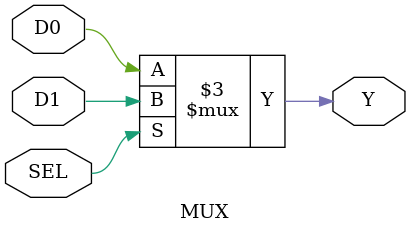
<source format=v>
`timescale 1ns / 1ps


module MUX(
    input D0,
    input D1,
    input SEL,
    output reg Y
    );
    
    always @(*) begin
        if(SEL) begin
            Y <= D1;
        end
        else begin
            Y <= D0;
        end
    end
endmodule

</source>
